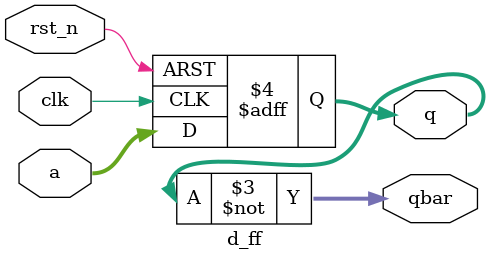
<source format=v>
module d_ff #(
    parameter width = 12,
    parameter reset_value = 0
) (
    input [width-1:0] a,input clk,rst_n,
    output reg [width-1:0] q,
    output [width-1:0]qbar
);
    always @(posedge clk or negedge rst_n) begin
        if (!rst_n) begin
            q <= 0; // Reset output to zero
        end else begin
            q <= a; // Example operation: addition
        end
    end
    assign qbar = ~q; // Complement of q
endmodule
</source>
